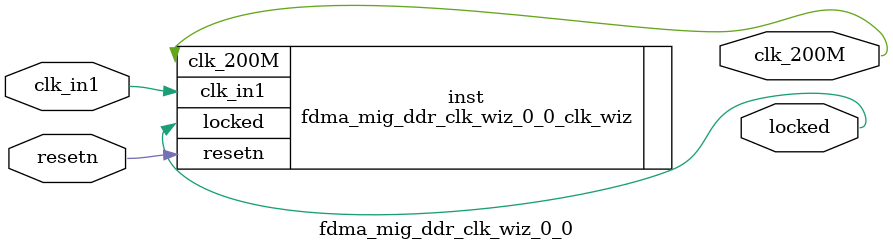
<source format=v>


`timescale 1ps/1ps

(* CORE_GENERATION_INFO = "fdma_mig_ddr_clk_wiz_0_0,clk_wiz_v6_0_10_0_0,{component_name=fdma_mig_ddr_clk_wiz_0_0,use_phase_alignment=false,use_min_o_jitter=false,use_max_i_jitter=false,use_dyn_phase_shift=false,use_inclk_switchover=false,use_dyn_reconfig=false,enable_axi=0,feedback_source=FDBK_AUTO,PRIMITIVE=MMCM,num_out_clk=1,clkin1_period=10.000,clkin2_period=10.000,use_power_down=false,use_reset=true,use_locked=true,use_inclk_stopped=false,feedback_type=SINGLE,CLOCK_MGR_TYPE=NA,manual_override=false}" *)

module fdma_mig_ddr_clk_wiz_0_0 
 (
  // Clock out ports
  output        clk_200M,
  // Status and control signals
  input         resetn,
  output        locked,
 // Clock in ports
  input         clk_in1
 );

  fdma_mig_ddr_clk_wiz_0_0_clk_wiz inst
  (
  // Clock out ports  
  .clk_200M(clk_200M),
  // Status and control signals               
  .resetn(resetn), 
  .locked(locked),
 // Clock in ports
  .clk_in1(clk_in1)
  );

endmodule

</source>
